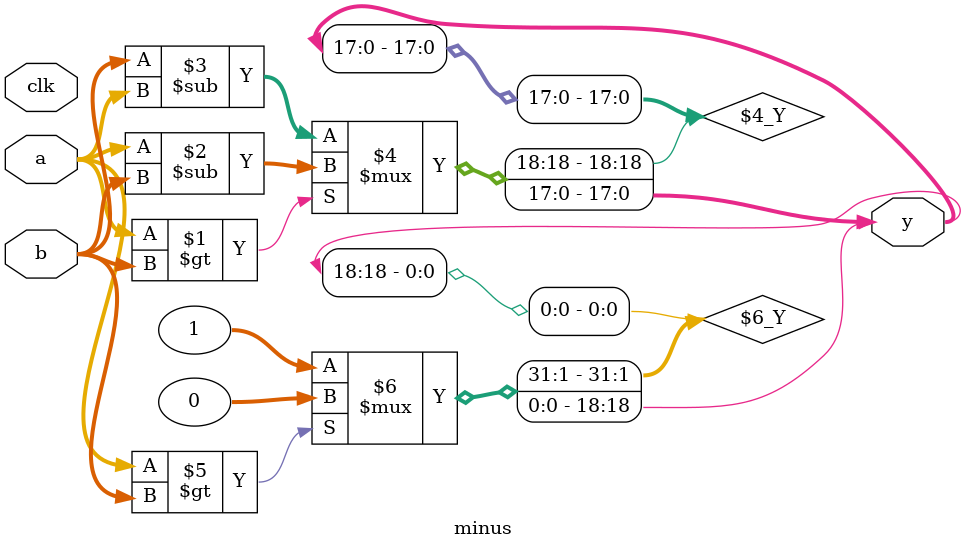
<source format=v>
`timescale 1ns / 1ps


module minus( clk,a,b,y);
    input clk;
    input [18:0]a,b;
    output[18:0]y;
    
    wire [18:0]y;
    
    assign y[17:0] = (a>b)? (a-b):(b-a);
    assign y[18] = (a>b)? 0:1;
    
    
    
endmodule

</source>
